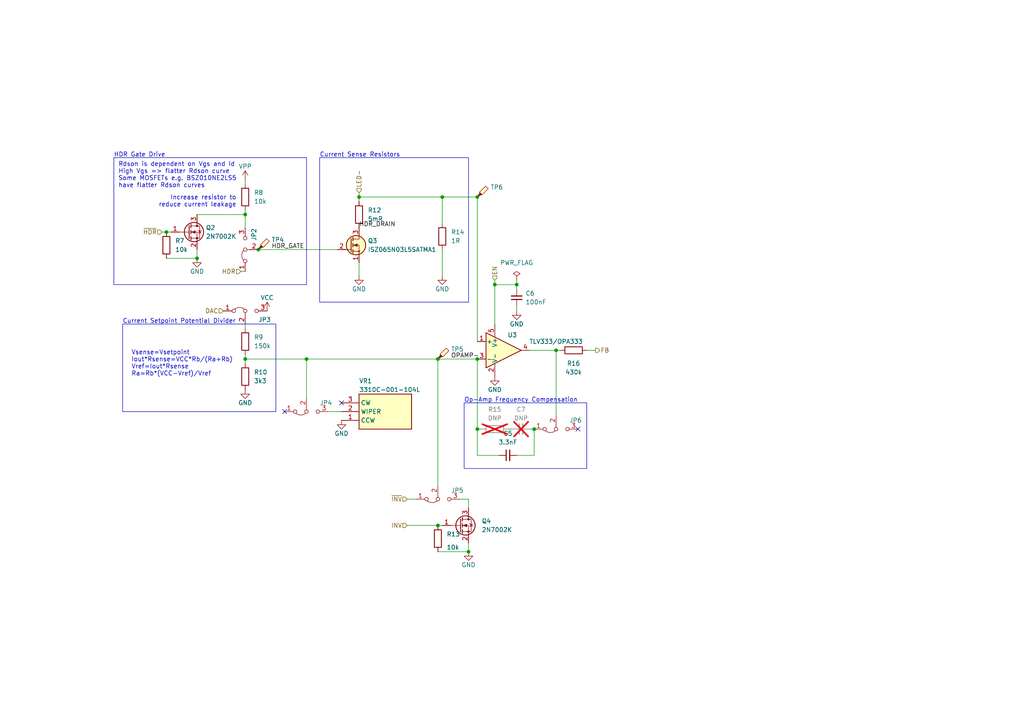
<source format=kicad_sch>
(kicad_sch (version 20231120) (generator "eeschema") (generator_version "8.0")
  (paper "A4")
  (title_block (title "Boost Driver Dev. Board") (date "2024-03-13") (rev "B") (company "Engineer Bo (https://www.youtube.com/@engineerbo)"))
  (lib_symbols
    (symbol "3310C-001-104L:3310C-001-104L"
      (property "Reference" "VR" (at 21.59 7.62 0))
      (property "Value" "3310C-001-104L" (at 21.59 5.08 0))
      (symbol "3310C-001-104L_1_1"
        (rectangle (start 5.08 2.54) (end 20.32 -7.62) (stroke (width 0.254)) (fill (type background)))
        (pin passive line (at 0 -5.08 0) (length 5.08) (name "CCW") (number "1"))
        (pin passive line (at 0 -2.54 0) (length 5.08) (name "WIPER") (number "2"))
        (pin passive line (at 0 0 0) (length 5.08) (name "CW") (number "3"))
      )
    )
    (symbol "Amplifier_Operational:OPA333xxDCK" (pin_names (offset 0.127))
      (property "Reference" "U" (at 0 5.08 0))
      (property "Value" "OPA333xxDCK" (at 0 -5.08 0))
      (symbol "OPA333xxDCK_0_1"
        (polyline (pts (xy -5.08 5.08) (xy 5.08 0) (xy -5.08 -5.08) (xy -5.08 5.08)) (stroke (width 0.254)) (fill (type background)))
        (pin power_in line (at -2.54 -7.62 90) (length 3.81) (name "V-") (number "2"))
        (pin power_in line (at -2.54 7.62 270) (length 3.81) (name "V+") (number "5"))
      )
      (symbol "OPA333xxDCK_1_1"
        (pin input line (at -7.62 2.54 0) (length 2.54) (name "+") (number "1"))
        (pin input line (at -7.62 -2.54 0) (length 2.54) (name "-") (number "3"))
        (pin output line (at 7.62 0 180) (length 2.54) (name "~") (number "4"))
      )
    )
    (symbol "Connector:TestPoint_Probe" (pin_numbers hide) (pin_names (offset 0.762) hide)
      (property "Reference" "TP" (at 1.651 5.842 0))
      (property "Value" "TestPoint_Probe" (at 1.651 4.064 0))
      (symbol "TestPoint_Probe_0_1"
        (polyline (pts (xy 1.27 0.762) (xy 0 0) (xy 0.762 1.27) (xy 1.27 0.762)) (fill (type outline)))
        (polyline (pts (xy 1.397 0.635) (xy 0.635 1.397) (xy 2.413 3.175) (xy 3.175 2.413) (xy 1.397 0.635)) (fill (type background)))
      )
      (symbol "TestPoint_Probe_1_1"
        (pin passive line (at 0 0 90) (length 0) (name "1") (number "1"))
      )
    )
    (symbol "Device:C_Small" (pin_numbers hide) (pin_names (offset 0.254) hide)
      (property "Reference" "C" (at 0.254 1.778 0))
      (property "Value" "C_Small" (at 0.254 -2.032 0))
      (symbol "C_Small_0_1"
        (polyline (pts (xy -1.524 -0.508) (xy 1.524 -0.508)) (stroke (width 0.3302)))
        (polyline (pts (xy -1.524 0.508) (xy 1.524 0.508)) (stroke (width 0.3048)))
      )
      (symbol "C_Small_1_1"
        (pin passive line (at 0 2.54 270) (length 2.032) (name "~") (number "1"))
        (pin passive line (at 0 -2.54 90) (length 2.032) (name "~") (number "2"))
      )
    )
    (symbol "Device:R" (pin_numbers hide) (pin_names (offset 0))
      (property "Reference" "R" (at 2.032 0 90))
      (property "Value" "R" (at 0 0 90))
      (symbol "R_0_1"
        (rectangle (start -1.016 -2.54) (end 1.016 2.54) (stroke (width 0.254)))
      )
      (symbol "R_1_1"
        (pin passive line (at 0 3.81 270) (length 1.27) (name "~") (number "1"))
        (pin passive line (at 0 -3.81 90) (length 1.27) (name "~") (number "2"))
      )
    )
    (symbol "Jumper:Jumper_3_Bridged12" (pin_names (offset 0) hide)
      (property "Reference" "JP" (at -2.54 -2.54 0))
      (property "Value" "Jumper_3_Bridged12" (at 0 2.794 0))
      (symbol "Jumper_3_Bridged12_0_0"
        (circle (center -3.302 0) (radius 0.508))
        (circle (center 0 0) (radius 0.508))
        (circle (center 3.302 0) (radius 0.508))
      )
      (symbol "Jumper_3_Bridged12_0_1"
        (arc (start -0.254 0.508) (mid -1.651 0.9912) (end -3.048 0.508))
        (polyline (pts (xy 0 -1.27) (xy 0 -0.508)))
      )
      (symbol "Jumper_3_Bridged12_1_1"
        (pin passive line (at -6.35 0 0) (length 2.54) (name "A") (number "1"))
        (pin passive line (at 0 -3.81 90) (length 2.54) (name "C") (number "2"))
        (pin passive line (at 6.35 0 180) (length 2.54) (name "B") (number "3"))
      )
    )
    (symbol "Transistor_FET:2N7002K" (pin_names hide)
      (property "Reference" "Q" (at 5.08 1.905 0))
      (property "Value" "2N7002K" (at 5.08 0 0))
      (symbol "2N7002K_0_1"
        (polyline (pts (xy 0.254 0) (xy -2.54 0)))
        (polyline (pts (xy 0.254 1.905) (xy 0.254 -1.905)) (stroke (width 0.254)))
        (polyline (pts (xy 0.762 -1.27) (xy 0.762 -2.286)) (stroke (width 0.254)))
        (polyline (pts (xy 0.762 0.508) (xy 0.762 -0.508)) (stroke (width 0.254)))
        (polyline (pts (xy 0.762 2.286) (xy 0.762 1.27)) (stroke (width 0.254)))
        (polyline (pts (xy 2.54 2.54) (xy 2.54 1.778)))
        (polyline (pts (xy 2.54 -2.54) (xy 2.54 0) (xy 0.762 0)))
        (polyline (pts (xy 0.762 -1.778) (xy 3.302 -1.778) (xy 3.302 1.778) (xy 0.762 1.778)))
        (polyline (pts (xy 1.016 0) (xy 2.032 0.381) (xy 2.032 -0.381) (xy 1.016 0)) (fill (type outline)))
        (polyline (pts (xy 2.794 0.508) (xy 2.921 0.381) (xy 3.683 0.381) (xy 3.81 0.254)))
        (polyline (pts (xy 3.302 0.381) (xy 2.921 -0.254) (xy 3.683 -0.254) (xy 3.302 0.381)))
        (circle (center 1.651 0) (radius 2.794) (stroke (width 0.254)))
        (circle (center 2.54 -1.778) (radius 0.254) (fill (type outline)))
        (circle (center 2.54 1.778) (radius 0.254) (fill (type outline)))
      )
      (symbol "2N7002K_1_1"
        (pin input line (at -5.08 0 0) (length 2.54) (name "G") (number "1"))
        (pin passive line (at 2.54 -5.08 90) (length 2.54) (name "S") (number "2"))
        (pin passive line (at 2.54 5.08 270) (length 2.54) (name "D") (number "3"))
      )
    )
    (symbol "Transistor_MOSFET_AKL:BSZ014NE2LS5IF" (pin_names hide)
      (property "Reference" "Q" (at 5.08 1.27 0))
      (property "Value" "BSZ014NE2LS5IF" (at 5.08 -1.27 0))
      (symbol "BSZ014NE2LS5IF_0_1"
        (polyline (pts (xy 0.254 -1.27) (xy -2.54 -1.27)))
        (polyline (pts (xy 0.254 1.905) (xy 0.254 -1.905)) (stroke (width 0.254)))
        (polyline (pts (xy 0.762 -1.778) (xy 2.54 -1.778)))
        (polyline (pts (xy 0.762 -1.27) (xy 0.762 -2.286)) (stroke (width 0.254)))
        (polyline (pts (xy 0.762 0.508) (xy 0.762 -0.508)) (stroke (width 0.254)))
        (polyline (pts (xy 0.762 2.286) (xy 0.762 1.27)) (stroke (width 0.254)))
        (polyline (pts (xy 2.54 1.778) (xy 0.762 1.778)))
        (polyline (pts (xy 2.54 2.54) (xy 2.54 1.778)))
        (polyline (pts (xy 2.54 -2.54) (xy 2.54 0) (xy 0.762 0)))
        (polyline (pts (xy 1.016 0) (xy 2.032 0.381) (xy 2.032 -0.381) (xy 1.016 0)) (fill (type outline)))
        (circle (center 1.651 0) (radius 2.794) (stroke (width 0.254)) (fill (type background)))
        (circle (center 2.54 -1.778) (radius 0.1778) (fill (type outline)))
      )
      (symbol "BSZ014NE2LS5IF_1_1"
        (pin passive line (at 2.54 -5.08 90) (length 2.54) (name "S") (number "1"))
        (pin input line (at -3.81 -1.27 0) (length 2.54) (name "G") (number "2"))
        (pin passive line (at 2.54 5.08 270) (length 2.54) (name "D") (number "3"))
      )
    )
    (symbol "power:GND" (power) (pin_names (offset 0))
      (property "Value" "GND" (at 0 -3.81 0))
      (symbol "GND_0_1"
        (polyline (pts (xy 0 0) (xy 0 -1.27) (xy 1.27 -1.27) (xy 0 -2.54) (xy -1.27 -1.27) (xy 0 -1.27)))
      )
      (symbol "GND_1_1"
        (pin power_in line (at 0 0 270) (length 0) hide (name "GND") (number "1"))
      )
    )
    (symbol "power:PWR_FLAG" (power) (pin_numbers hide) (pin_names (offset 0) hide)
      (property "Value" "PWR_FLAG" (at 0 3.81 0))
      (symbol "PWR_FLAG_0_0"
        (pin power_out line (at 0 0 90) (length 0) (name "pwr") (number "1"))
      )
      (symbol "PWR_FLAG_0_1"
        (polyline (pts (xy 0 0) (xy 0 1.27) (xy -1.016 1.905) (xy 0 2.54) (xy 1.016 1.905) (xy 0 1.27)))
      )
    )
    (symbol "power:VCC" (power) (pin_names (offset 0))
      (property "Value" "VCC" (at 0 3.81 0))
      (symbol "VCC_0_1"
        (polyline (pts (xy -0.762 1.27) (xy 0 2.54)))
        (polyline (pts (xy 0 0) (xy 0 2.54)))
        (polyline (pts (xy 0 2.54) (xy 0.762 1.27)))
      )
      (symbol "VCC_1_1"
        (pin power_in line (at 0 0 90) (length 0) hide (name "VCC") (number "1"))
      )
    )
    (symbol "power:VPP" (power) (pin_names (offset 0))
      (property "Value" "VPP" (at 0 3.81 0))
      (symbol "VPP_0_1"
        (polyline (pts (xy -0.762 1.27) (xy 0 2.54)))
        (polyline (pts (xy 0 0) (xy 0 2.54)))
        (polyline (pts (xy 0 2.54) (xy 0.762 1.27)))
      )
      (symbol "VPP_1_1"
        (pin power_in line (at 0 0 90) (length 0) hide (name "VPP") (number "1"))
      )
    )
  )
  (junction (at 48.26 67.31))
  (junction (at 88.9 104.14))
  (junction (at 135.89 160.02))
  (junction (at 143.51 82.55))
  (junction (at 138.43 124.46))
  (junction (at 149.86 82.55))
  (junction (at 127 152.4))
  (junction (at 161.29 101.6))
  (junction (at 74.93 72.39))
  (junction (at 138.43 104.14))
  (junction (at 128.27 57.15))
  (junction (at 57.15 74.93))
  (junction (at 71.12 104.14))
  (junction (at 71.12 62.23))
  (junction (at 138.43 57.15))
  (junction (at 104.14 57.15))
  (junction (at 154.94 124.46))
  (junction (at 127 104.14))
  (no_connect (at 167.64 124.46))
  (no_connect (at 82.55 119.38))
  (no_connect (at 99.06 116.84))
  (wire (pts (xy 71.12 62.23) (xy 71.12 66.04)))
  (wire (pts (xy 138.43 104.14) (xy 138.43 124.46)))
  (wire (pts (xy 154.94 132.08) (xy 149.86 132.08)))
  (wire (pts (xy 69.85 78.74) (xy 71.12 78.74)))
  (wire (pts (xy 118.11 152.4) (xy 127 152.4)))
  (wire (pts (xy 149.86 83.82) (xy 149.86 82.55)))
  (wire (pts (xy 153.67 124.46) (xy 154.94 124.46)))
  (wire (pts (xy 128.27 57.15) (xy 104.14 57.15)))
  (wire (pts (xy 71.12 104.14) (xy 71.12 105.41)))
  (wire (pts (xy 154.94 124.46) (xy 154.94 132.08)))
  (wire (pts (xy 74.93 72.39) (xy 97.79 72.39)))
  (wire (pts (xy 46.99 67.31) (xy 48.26 67.31)))
  (wire (pts (xy 135.89 157.48) (xy 135.89 160.02)))
  (wire (pts (xy 104.14 80.01) (xy 104.14 76.2)))
  (wire (pts (xy 149.86 90.17) (xy 149.86 88.9)))
  (wire (pts (xy 143.51 81.28) (xy 143.51 82.55)))
  (wire (pts (xy 149.86 82.55) (xy 149.86 81.28)))
  (wire (pts (xy 153.67 101.6) (xy 161.29 101.6)))
  (wire (pts (xy 48.26 67.31) (xy 49.53 67.31)))
  (wire (pts (xy 138.43 132.08) (xy 144.78 132.08)))
  (wire (pts (xy 48.26 74.93) (xy 57.15 74.93)))
  (wire (pts (xy 57.15 62.23) (xy 71.12 62.23)))
  (wire (pts (xy 170.18 101.6) (xy 172.72 101.6)))
  (wire (pts (xy 138.43 124.46) (xy 138.43 132.08)))
  (wire (pts (xy 88.9 104.14) (xy 88.9 115.57)))
  (wire (pts (xy 71.12 104.14) (xy 88.9 104.14)))
  (wire (pts (xy 118.11 144.78) (xy 120.65 144.78)))
  (wire (pts (xy 135.89 144.78) (xy 135.89 147.32)))
  (wire (pts (xy 147.32 124.46) (xy 148.59 124.46)))
  (wire (pts (xy 95.25 119.38) (xy 99.06 119.38)))
  (wire (pts (xy 127 104.14) (xy 127 140.97)))
  (wire (pts (xy 128.27 57.15) (xy 128.27 64.77)))
  (wire (pts (xy 161.29 101.6) (xy 162.56 101.6)))
  (wire (pts (xy 71.12 93.98) (xy 71.12 95.25)))
  (wire (pts (xy 138.43 99.06) (xy 138.43 57.15)))
  (wire (pts (xy 71.12 102.87) (xy 71.12 104.14)))
  (wire (pts (xy 143.51 82.55) (xy 149.86 82.55)))
  (wire (pts (xy 127 152.4) (xy 128.27 152.4)))
  (wire (pts (xy 127 160.02) (xy 135.89 160.02)))
  (wire (pts (xy 128.27 80.01) (xy 128.27 72.39)))
  (wire (pts (xy 71.12 52.07) (xy 71.12 53.34)))
  (wire (pts (xy 133.35 144.78) (xy 135.89 144.78)))
  (wire (pts (xy 104.14 57.15) (xy 104.14 58.42)))
  (wire (pts (xy 127 104.14) (xy 138.43 104.14)))
  (wire (pts (xy 139.7 124.46) (xy 138.43 124.46)))
  (wire (pts (xy 127 104.14) (xy 88.9 104.14)))
  (wire (pts (xy 138.43 57.15) (xy 128.27 57.15)))
  (wire (pts (xy 161.29 101.6) (xy 161.29 120.65)))
  (wire (pts (xy 71.12 60.96) (xy 71.12 62.23)))
  (wire (pts (xy 57.15 72.39) (xy 57.15 74.93)))
  (wire (pts (xy 143.51 82.55) (xy 143.51 93.98)))
  (wire (pts (xy 104.14 55.88) (xy 104.14 57.15)))
  (rectangle (start 33.02 45.72) (end 88.9 82.55))
  (rectangle (start 35.56 93.98) (end 80.01 119.38))
  (rectangle (start 134.62 116.84) (end 170.18 135.89))
  (rectangle (start 92.71 45.72) (end 135.89 87.63))
  (text "Current Setpoint Potential Divider" (at 35.56 93.98 0) (effects (font (size 1.27 1.27)) (justify left bottom)))
  (text "HDR Gate Drive" (at 33.02 45.72 0) (effects (font (size 1.27 1.27)) (justify left bottom)))
  (text "Vsense=Vsetpoint\nIout*Rsense=VCC*Rb/(Ra+Rb)\nVref=Iout*Rsense\nRa=Rb*(VCC-Vref)/Vref" (at 38.1 109.22 0) (effects (font (size 1.27 1.27)) (justify left bottom)))
  (text "Increase resistor to\nreduce current leakage" (at 68.58 58.42 0) (effects (font (size 1.27 1.27)) (justify right)))
  (text "Rdson is dependent on Vgs and Id\nHigh Vgs => flatter Rdson curve\nSome MOSFETs e.g. BSZ010NE2LS5 \nhave flatter Rdson curves" (at 34.29 54.61 0) (effects (font (size 1.27 1.27)) (justify left bottom)))
  (text "Op-Amp Frequency Compensation" (at 134.62 116.84 0) (effects (font (size 1.27 1.27)) (justify left bottom)))
  (text "Current Sense Resistors" (at 92.71 45.72 0) (effects (font (size 1.27 1.27)) (justify left bottom)))
  (label "HDR_DRAIN" (at 104.14 66.04 0))
  (label "OPAMP-" (at 130.81 104.14 0))
  (label "HDR_GATE" (at 78.74 72.39 0))
  (hierarchical_label "~{INV}" (shape input) (at 118.11 144.78 180))
  (hierarchical_label "FB" (shape output) (at 172.72 101.6 0))
  (hierarchical_label "LED-" (shape input) (at 104.14 55.88 90))
  (hierarchical_label "~{HDR}" (shape input) (at 46.99 67.31 180))
  (hierarchical_label "INV" (shape input) (at 118.11 152.4 180))
  (hierarchical_label "EN" (shape input) (at 143.51 81.28 90))
  (hierarchical_label "HDR" (shape input) (at 69.85 78.74 180))
  (hierarchical_label "DAC" (shape input) (at 64.77 90.17 180))
  (symbol (lib_id "power:GND") (at 149.86 90.17 0) (unit 1)
    (property "Reference" "#PWR032" (effects (hide yes)))
    (property "Value" "GND" (at 149.86 93.98 0))
  )
  (symbol (lib_id "Device:R") (at 48.26 71.12 0) (unit 1)
    (property "Reference" "R7" (at 50.8 69.85 0) (effects (justify left)))
    (property "Value" "10k" (at 50.8 72.39 0) (effects (justify left)))
    (property "Footprint" "Resistor_SMD:R_0402_1005Metric" (effects (hide yes)))
    (property "Tolerance" "1%" (effects (hide yes)))
  )
  (symbol (lib_id "Device:R") (at 143.51 124.46 90) (unit 1) (dnp yes)
    (property "Reference" "R15" (at 143.51 118.745 90))
    (property "Value" "DNP" (at 143.51 121.285 90))
    (property "Footprint" "Resistor_SMD:R_0402_1005Metric" (effects (hide yes)))
    (property "Tolerance" "1%" (effects (hide yes)))
  )
  (symbol (lib_id "power:GND") (at 128.27 80.01 0) (unit 1)
    (property "Reference" "#PWR029" (effects (hide yes)))
    (property "Value" "GND" (at 128.27 83.82 0))
  )
  (symbol (lib_id "Device:C_Small") (at 147.32 132.08 90) (unit 1)
    (property "Reference" "C5" (at 147.32 125.73 90))
    (property "Value" "3.3nF" (at 147.3263 128.27 90))
    (property "Footprint" "Capacitor_SMD:C_0402_1005Metric" (effects (hide yes)))
    (property "Tolerance" "C0G" (effects (hide yes)))
  )
  (symbol (lib_id "power:GND") (at 71.12 113.03 0) (unit 1)
    (property "Reference" "#PWR025" (effects (hide yes)))
    (property "Value" "GND" (at 71.12 116.84 0))
  )
  (symbol (lib_id "power:GND") (at 57.15 74.93 0) (unit 1)
    (property "Reference" "#PWR023" (effects (hide yes)))
    (property "Value" "GND" (at 57.15 78.74 0))
  )
  (symbol (lib_id "power:PWR_FLAG") (at 149.86 81.28 0) (unit 1)
    (property "Reference" "#FLG03" (effects (hide yes)))
    (property "Value" "PWR_FLAG" (at 149.86 76.2 0))
  )
  (symbol (lib_id "Jumper:Jumper_3_Bridged12") (at 71.12 90.17 0) (unit 1)
    (property "Reference" "JP3" (at 74.93 92.71 0) (effects (justify left)))
    (property "Value" "Jumper_3_Bridged12" (effects (hide yes)))
    (property "Footprint" "Connector_PinHeader_2.54mm:PinHeader_1x03_P2.54mm_Vertical" (effects (hide yes)))
  )
  (symbol (lib_id "Jumper:Jumper_3_Bridged12") (at 161.29 124.46 0) (mirror x) (unit 1)
    (property "Reference" "JP6" (at 165.1 121.92 0) (effects (justify left)))
    (property "Value" "Jumper_3_Bridged12" (effects (hide yes)))
    (property "Footprint" "Connector_PinHeader_2.54mm:PinHeader_1x03_P2.54mm_Vertical" (effects (hide yes)))
  )
  (symbol (lib_id "Device:R") (at 71.12 99.06 0) (unit 1)
    (property "Reference" "R9" (at 73.66 97.7899 0) (effects (justify left)))
    (property "Value" "150k" (at 73.66 100.3299 0) (effects (justify left)))
    (property "Footprint" "Resistor_SMD:R_0402_1005Metric" (effects (hide yes)))
    (property "Tolerance" "1%" (effects (hide yes)))
  )
  (symbol (lib_id "power:VCC") (at 77.47 90.17 0) (unit 1)
    (property "Reference" "#PWR026" (effects (hide yes)))
    (property "Value" "VCC" (at 77.47 86.36 0))
  )
  (symbol (lib_id "power:GND") (at 99.06 121.92 0) (unit 1)
    (property "Reference" "#PWR027" (effects (hide yes)))
    (property "Value" "GND" (at 99.06 125.73 0))
  )
  (symbol (lib_id "Device:R") (at 166.37 101.6 90) (unit 1)
    (property "Reference" "R16" (at 166.37 105.41 90))
    (property "Value" "430k" (at 166.37 107.95 90))
    (property "Footprint" "Resistor_SMD:R_0402_1005Metric" (effects (hide yes)))
    (property "Tolerance" "1%" (effects (hide yes)))
  )
  (symbol (lib_id "power:GND") (at 143.51 109.22 0) (unit 1)
    (property "Reference" "#PWR031" (effects (hide yes)))
    (property "Value" "GND" (at 143.51 113.03 0))
  )
  (symbol (lib_id "Device:R") (at 71.12 57.15 0) (unit 1)
    (property "Reference" "R8" (at 73.66 55.88 0) (effects (justify left)))
    (property "Value" "10k" (at 73.66 58.42 0) (effects (justify left)))
    (property "Footprint" "Resistor_SMD:R_0402_1005Metric" (effects (hide yes)))
    (property "Tolerance" "1%" (effects (hide yes)))
  )
  (symbol (lib_id "Device:C_Small") (at 149.86 86.36 180) (unit 1)
    (property "Reference" "C6" (at 152.4 85.0836 0) (effects (justify right)))
    (property "Value" "100nF" (at 152.4 87.6236 0) (effects (justify right)))
    (property "Footprint" "Capacitor_SMD:C_0402_1005Metric" (effects (hide yes)))
  )
  (symbol (lib_id "Jumper:Jumper_3_Bridged12") (at 127 144.78 0) (mirror x) (unit 1)
    (property "Reference" "JP5" (at 130.81 142.24 0) (effects (justify left)))
    (property "Value" "Jumper_3_Bridged12" (effects (hide yes)))
    (property "Footprint" "Connector_PinHeader_2.54mm:PinHeader_1x03_P2.54mm_Vertical" (effects (hide yes)))
  )
  (symbol (lib_id "power:GND") (at 135.89 160.02 0) (unit 1)
    (property "Reference" "#PWR030" (effects (hide yes)))
    (property "Value" "GND" (at 135.89 163.83 0))
  )
  (symbol (lib_id "Connector:TestPoint_Probe") (at 127 104.14 0) (unit 1)
    (property "Reference" "TP5" (at 130.81 101.2825 0) (effects (justify left)))
    (property "Value" "TestPoint_Probe" (effects (hide yes)))
    (property "Footprint" "TestPoint:TestPoint_Keystone_5000-5004_Miniature" (effects (hide yes)))
    (property "Manufacturer" "ronghe" (effects (hide yes)))
    (property "PartNumber" "RH-5000" (effects (hide yes)))
  )
  (symbol (lib_id "power:GND") (at 104.14 80.01 0) (unit 1)
    (property "Reference" "#PWR028" (effects (hide yes)))
    (property "Value" "GND" (at 104.14 83.82 0))
  )
  (symbol (lib_id "Device:R") (at 104.14 62.23 180) (unit 1)
    (property "Reference" "R12" (at 106.68 60.96 0) (effects (justify right)))
    (property "Value" "5mR" (at 106.68 63.5 0) (effects (justify right)))
    (property "Footprint" "Resistor_SMD:R_0805_2012Metric" (effects (hide yes)))
    (property "Tolerance" "1%" (effects (hide yes)))
  )
  (symbol (lib_id "Transistor_FET:2N7002K") (at 54.61 67.31 0) (unit 1)
    (property "Reference" "Q2" (at 59.69 66.04 0) (effects (justify left)))
    (property "Value" "2N7002K" (at 59.69 68.58 0) (effects (justify left)))
    (property "Footprint" "Package_TO_SOT_SMD:SOT-23" (effects (hide yes)))
    (property "Datasheet" "https://www.diodes.com/assets/Datasheets/ds30896.pdf" (effects (hide yes)))
  )
  (symbol (lib_id "Transistor_FET:2N7002K") (at 133.35 152.4 0) (unit 1)
    (property "Reference" "Q4" (at 139.7 151.13 0) (effects (justify left)))
    (property "Value" "2N7002K" (at 139.7 153.67 0) (effects (justify left)))
    (property "Footprint" "Package_TO_SOT_SMD:SOT-23" (effects (hide yes)))
    (property "Datasheet" "https://www.diodes.com/assets/Datasheets/ds30896.pdf" (effects (hide yes)))
  )
  (symbol (lib_id "Connector:TestPoint_Probe") (at 74.93 72.39 0) (unit 1)
    (property "Reference" "TP4" (at 78.74 69.5325 0) (effects (justify left)))
    (property "Value" "TestPoint_Probe" (effects (hide yes)))
    (property "Footprint" "TestPoint:TestPoint_Keystone_5000-5004_Miniature" (effects (hide yes)))
    (property "Manufacturer" "ronghe" (effects (hide yes)))
    (property "PartNumber" "RH-5000" (effects (hide yes)))
  )
  (symbol (lib_id "Device:R") (at 71.12 109.22 0) (unit 1)
    (property "Reference" "R10" (at 73.66 107.9499 0) (effects (justify left)))
    (property "Value" "3k3" (at 73.66 110.4899 0) (effects (justify left)))
    (property "Footprint" "Resistor_SMD:R_0402_1005Metric" (effects (hide yes)))
    (property "Tolerance" "1%" (effects (hide yes)))
  )
  (symbol (lib_id "3310C-001-104L:3310C-001-104L") (at 99.06 116.84 0) (unit 1)
    (property "Reference" "VR1" (at 104.14 110.49 0) (effects (justify left)))
    (property "Value" "3310C-001-104L" (at 104.14 113.03 0) (effects (justify left)))
    (property "Footprint" "footprints:3310C001503L" (effects (hide yes)))
    (property "Datasheet" "https://www.bourns.com/docs/Product-Datasheets/3310.pdf" (effects (hide yes)))
    (property "Height" "9.78" (effects (hide yes)))
    (property "Mouser Part Number" "652-3310C-001-104L" (effects (hide yes)))
    (property "Mouser Price/Stock" "https://www.mouser.co.uk/ProductDetail/Bourns/3310C-001-104L?qs=eMs2xm4pPCJrHyOtMityzg%3D%3D" (effects (hide yes)))
    (property "Manufacturer_Name" "Bourns" (effects (hide yes)))
    (property "Manufacturer_Part_Number" "3310C-001-104L" (effects (hide yes)))
    (property "Manufacturer" "Bourns" (effects (hide yes)))
    (property "PartNumber" "3310C-001-104L" (effects (hide yes)))
  )
  (symbol (lib_id "Connector:TestPoint_Probe") (at 138.43 57.15 0) (unit 1)
    (property "Reference" "TP6" (at 142.24 54.2925 0) (effects (justify left)))
    (property "Value" "TestPoint_Probe" (effects (hide yes)))
    (property "Footprint" "TestPoint:TestPoint_Keystone_5000-5004_Miniature" (effects (hide yes)))
    (property "Manufacturer" "ronghe" (effects (hide yes)))
    (property "PartNumber" "RH-5000" (effects (hide yes)))
  )
  (symbol (lib_id "Transistor_MOSFET_AKL:BSZ014NE2LS5IF") (at 101.6 71.12 0) (unit 1)
    (property "Reference" "Q3" (at 106.68 69.85 0) (effects (justify left)))
    (property "Value" "ISZ065N03L5SATMA1" (at 106.68 72.39 0) (effects (justify left)))
    (property "Footprint" "Package_SON_AKL:Infineon_PG_TSDSON-8_FL" (effects (hide yes)))
    (property "Manufacturer" "Infineon" (effects (hide yes)))
    (property "PartNumber" "ISZ065N03L5SATMA1" (effects (hide yes)))
  )
  (symbol (lib_id "Device:R") (at 128.27 68.58 180) (unit 1)
    (property "Reference" "R14" (at 130.81 67.31 0) (effects (justify right)))
    (property "Value" "1R" (at 130.81 69.85 0) (effects (justify right)))
    (property "Footprint" "Resistor_SMD:R_0805_2012Metric" (effects (hide yes)))
    (property "Tolerance" "1%" (effects (hide yes)))
  )
  (symbol (lib_id "Jumper:Jumper_3_Bridged12") (at 88.9 119.38 0) (mirror x) (unit 1)
    (property "Reference" "JP4" (at 92.71 116.84 0) (effects (justify left)))
    (property "Value" "Jumper_3_Bridged12" (effects (hide yes)))
    (property "Footprint" "Connector_PinHeader_2.54mm:PinHeader_1x03_P2.54mm_Vertical" (effects (hide yes)))
  )
  (symbol (lib_id "power:VPP") (at 71.12 52.07 0) (unit 1)
    (property "Reference" "#PWR024" (effects (hide yes)))
    (property "Value" "VPP" (at 71.12 48.26 0))
  )
  (symbol (lib_id "Amplifier_Operational:OPA333xxDCK") (at 146.05 101.6 0) (unit 1)
    (property "Reference" "U3" (at 148.59 97.155 0))
    (property "Value" "TLV333/OPA333" (at 161.29 99.06 0))
    (property "Footprint" "Package_TO_SOT_SMD:SOT-353_SC-70-5" (effects (hide yes)))
    (property "Datasheet" "http://www.ti.com/lit/ds/symlink/opa333.pdf" (effects (hide yes)))
    (property "Manufacturer" "Texas Instruments" (effects (hide yes)))
    (property "PartNumber" "TLV333IDCKR" (effects (hide yes)))
  )
  (symbol (lib_id "Jumper:Jumper_3_Bridged12") (at 71.12 72.39 90) (unit 1)
    (property "Reference" "JP2" (at 73.66 69.85 0) (effects (justify left)))
    (property "Value" "Jumper_3_Bridged12" (effects (hide yes)))
    (property "Footprint" "Connector_PinHeader_2.54mm:PinHeader_1x03_P2.54mm_Vertical" (effects (hide yes)))
  )
  (symbol (lib_id "Device:R") (at 127 156.21 0) (unit 1)
    (property "Reference" "R13" (at 129.54 154.94 0) (effects (justify left)))
    (property "Value" "10k" (at 129.54 158.75 0) (effects (justify left)))
    (property "Footprint" "Resistor_SMD:R_0402_1005Metric" (effects (hide yes)))
    (property "Tolerance" "1%" (effects (hide yes)))
  )
  (symbol (lib_id "Device:C_Small") (at 151.13 124.46 90) (unit 1) (dnp yes)
    (property "Reference" "C7" (at 151.13 118.745 90))
    (property "Value" "DNP" (at 151.13 121.285 90))
    (property "Footprint" "Capacitor_SMD:C_0402_1005Metric" (effects (hide yes)))
    (property "Tolerance" "C0G" (effects (hide yes)))
  )
)
</source>
